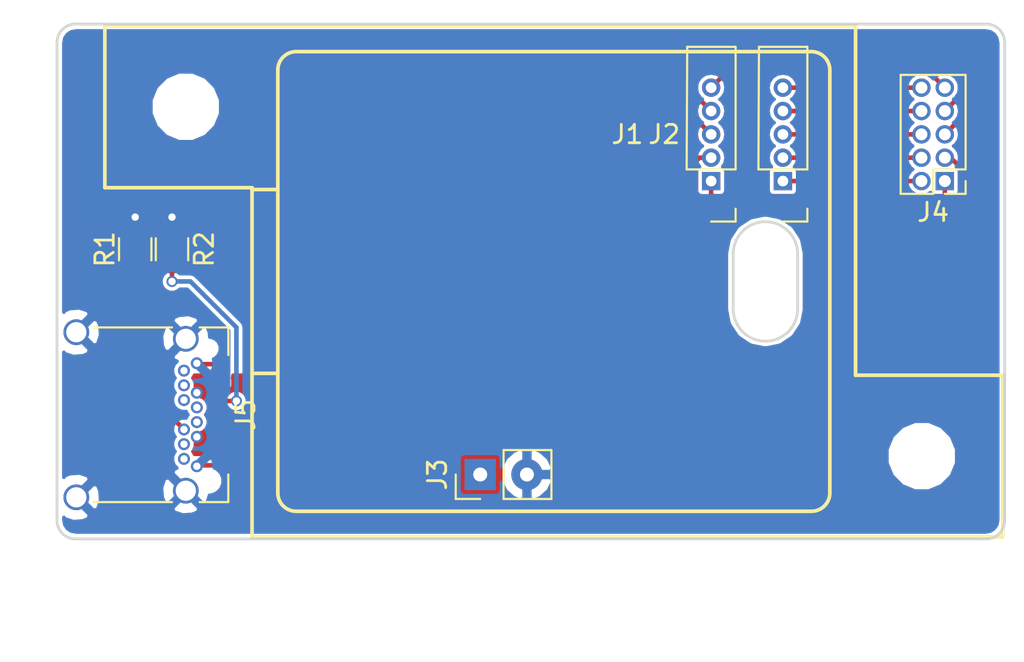
<source format=kicad_pcb>
(kicad_pcb (version 4) (host pcbnew 4.0.6)

  (general
    (links 26)
    (no_connects 0)
    (area 87.924999 98.424999 139.575001 126.575001)
    (thickness 1.6)
    (drawings 31)
    (tracks 59)
    (zones 0)
    (modules 9)
    (nets 29)
  )

  (page USLetter)
  (title_block
    (title "PD Buddy Sink Programming Jig")
    (rev 0.3)
  )

  (layers
    (0 F.Cu signal)
    (31 B.Cu signal)
    (32 B.Adhes user)
    (33 F.Adhes user)
    (34 B.Paste user)
    (35 F.Paste user)
    (36 B.SilkS user)
    (37 F.SilkS user)
    (38 B.Mask user)
    (39 F.Mask user)
    (40 Dwgs.User user)
    (41 Cmts.User user)
    (42 Eco1.User user)
    (43 Eco2.User user)
    (44 Edge.Cuts user)
    (45 Margin user)
    (46 B.CrtYd user)
    (47 F.CrtYd user)
    (48 B.Fab user)
    (49 F.Fab user)
  )

  (setup
    (last_trace_width 0.25)
    (trace_clearance 0.2)
    (zone_clearance 0.2)
    (zone_45_only no)
    (trace_min 0.2)
    (segment_width 0.2)
    (edge_width 0.15)
    (via_size 0.6)
    (via_drill 0.4)
    (via_min_size 0.4)
    (via_min_drill 0.3)
    (uvia_size 0.3)
    (uvia_drill 0.1)
    (uvias_allowed no)
    (uvia_min_size 0.2)
    (uvia_min_drill 0.1)
    (pcb_text_width 0.3)
    (pcb_text_size 1.5 1.5)
    (mod_edge_width 0.15)
    (mod_text_size 1 1)
    (mod_text_width 0.15)
    (pad_size 1.7 1.7)
    (pad_drill 1)
    (pad_to_mask_clearance 0.1)
    (aux_axis_origin 0 0)
    (visible_elements FFFFFF7F)
    (pcbplotparams
      (layerselection 0x00030_80000001)
      (usegerberextensions false)
      (excludeedgelayer true)
      (linewidth 0.100000)
      (plotframeref false)
      (viasonmask false)
      (mode 1)
      (useauxorigin false)
      (hpglpennumber 1)
      (hpglpenspeed 20)
      (hpglpendiameter 15)
      (hpglpenoverlay 2)
      (psnegative false)
      (psa4output false)
      (plotreference true)
      (plotvalue true)
      (plotinvisibletext false)
      (padsonsilk false)
      (subtractmaskfromsilk false)
      (outputformat 1)
      (mirror false)
      (drillshape 1)
      (scaleselection 1)
      (outputdirectory ""))
  )

  (net 0 "")
  (net 1 "Net-(J1-Pad1)")
  (net 2 "Net-(J1-Pad2)")
  (net 3 "Net-(J1-Pad3)")
  (net 4 "Net-(J1-Pad4)")
  (net 5 "Net-(J1-Pad5)")
  (net 6 "Net-(J2-Pad1)")
  (net 7 "Net-(J2-Pad2)")
  (net 8 "Net-(J2-Pad3)")
  (net 9 "Net-(J2-Pad4)")
  (net 10 "Net-(J2-Pad5)")
  (net 11 "Net-(J5-PadA6)")
  (net 12 "Net-(J5-PadA7)")
  (net 13 "Net-(J5-PadB5)")
  (net 14 "Net-(J5-PadB8)")
  (net 15 "Net-(J5-PadB3)")
  (net 16 "Net-(J5-PadB10)")
  (net 17 "Net-(J5-PadB2)")
  (net 18 "Net-(J5-PadB11)")
  (net 19 "Net-(J5-PadA2)")
  (net 20 "Net-(J5-PadA3)")
  (net 21 "Net-(J5-PadA5)")
  (net 22 "Net-(J5-PadA10)")
  (net 23 "Net-(J5-PadA8)")
  (net 24 "Net-(J5-PadA11)")
  (net 25 "Net-(J5-PadB6)")
  (net 26 "Net-(J5-PadB7)")
  (net 27 VBUS)
  (net 28 GND)

  (net_class Default "This is the default net class."
    (clearance 0.2)
    (trace_width 0.25)
    (via_dia 0.6)
    (via_drill 0.4)
    (uvia_dia 0.3)
    (uvia_drill 0.1)
    (add_net GND)
    (add_net "Net-(J1-Pad1)")
    (add_net "Net-(J1-Pad2)")
    (add_net "Net-(J1-Pad3)")
    (add_net "Net-(J1-Pad4)")
    (add_net "Net-(J1-Pad5)")
    (add_net "Net-(J2-Pad1)")
    (add_net "Net-(J2-Pad2)")
    (add_net "Net-(J2-Pad3)")
    (add_net "Net-(J2-Pad4)")
    (add_net "Net-(J2-Pad5)")
    (add_net "Net-(J5-PadA10)")
    (add_net "Net-(J5-PadA11)")
    (add_net "Net-(J5-PadA2)")
    (add_net "Net-(J5-PadA3)")
    (add_net "Net-(J5-PadA5)")
    (add_net "Net-(J5-PadA6)")
    (add_net "Net-(J5-PadA7)")
    (add_net "Net-(J5-PadA8)")
    (add_net "Net-(J5-PadB10)")
    (add_net "Net-(J5-PadB11)")
    (add_net "Net-(J5-PadB2)")
    (add_net "Net-(J5-PadB3)")
    (add_net "Net-(J5-PadB5)")
    (add_net "Net-(J5-PadB6)")
    (add_net "Net-(J5-PadB7)")
    (add_net "Net-(J5-PadB8)")
    (add_net VBUS)
  )

  (module pd-buddy:Pogo_Pin_Straight_1x05_Pitch1.27mm (layer F.Cu) (tedit 591875A2) (tstamp 591881E8)
    (at 123.55 107.04 180)
    (descr "Through hole spring-loaded contacts, 1x05, 1.27mm pitch, single row")
    (tags "Through hole pogo pin THT 1x05 1.27mm single row")
    (path /5917A138)
    (fp_text reference J1 (at 4.55 2.54 180) (layer F.SilkS)
      (effects (font (size 1 1) (thickness 0.15)))
    )
    (fp_text value 854-22-005-10-001101 (at 0 9 180) (layer F.Fab)
      (effects (font (size 1 1) (thickness 0.15)))
    )
    (fp_line (start -1.27 -2.1) (end -1.27 7.18) (layer F.Fab) (width 0.1))
    (fp_line (start -1.27 7.18) (end 1.27 7.18) (layer F.Fab) (width 0.1))
    (fp_line (start 1.27 7.18) (end 1.27 -2.1) (layer F.Fab) (width 0.1))
    (fp_line (start 1.27 -2.1) (end -1.27 -2.1) (layer F.Fab) (width 0.1))
    (fp_line (start -1.33 0.635) (end -1.33 7.3) (layer F.SilkS) (width 0.12))
    (fp_line (start -1.33 7.3) (end 1.3 7.3) (layer F.SilkS) (width 0.12))
    (fp_line (start 1.3 7.3) (end 1.33 0.635) (layer F.SilkS) (width 0.12))
    (fp_line (start 1.33 0.635) (end -1.33 0.635) (layer F.SilkS) (width 0.12))
    (fp_line (start -1.33 -1.505) (end -1.33 -2.2) (layer F.SilkS) (width 0.12))
    (fp_line (start -1.33 -2.2) (end 0 -2.2) (layer F.SilkS) (width 0.12))
    (fp_line (start -1.8 -2.6) (end -1.8 7.7) (layer F.CrtYd) (width 0.05))
    (fp_line (start -1.8 7.7) (end 1.8 7.7) (layer F.CrtYd) (width 0.05))
    (fp_line (start 1.8 7.7) (end 1.8 -2.6) (layer F.CrtYd) (width 0.05))
    (fp_line (start 1.8 -2.6) (end -1.8 -2.6) (layer F.CrtYd) (width 0.05))
    (fp_text user %R (at 0 -3 180) (layer F.Fab)
      (effects (font (size 1 1) (thickness 0.15)))
    )
    (pad 1 thru_hole rect (at 0 0 180) (size 1 1) (drill 0.5842) (layers *.Cu *.Mask)
      (net 1 "Net-(J1-Pad1)"))
    (pad 2 thru_hole oval (at 0 1.27 180) (size 1 1) (drill 0.5842) (layers *.Cu *.Mask)
      (net 2 "Net-(J1-Pad2)"))
    (pad 3 thru_hole oval (at 0 2.54 180) (size 1 1) (drill 0.5842) (layers *.Cu *.Mask)
      (net 3 "Net-(J1-Pad3)"))
    (pad 4 thru_hole oval (at 0 3.81 180) (size 1 1) (drill 0.5842) (layers *.Cu *.Mask)
      (net 4 "Net-(J1-Pad4)"))
    (pad 5 thru_hole oval (at 0 5.08 180) (size 1 1) (drill 0.5842) (layers *.Cu *.Mask)
      (net 5 "Net-(J1-Pad5)"))
    (model ${KISYS3DMOD}/Pin_Headers.3dshapes/Pin_Header_Straight_1x05_Pitch1.27mm.wrl
      (at (xyz 0 0 0))
      (scale (xyz 1 1 1))
      (rotate (xyz 0 0 0))
    )
  )

  (module pd-buddy:Pogo_Pin_Straight_1x05_Pitch1.27mm (layer F.Cu) (tedit 591875A2) (tstamp 59188200)
    (at 127.45 107.04 180)
    (descr "Through hole spring-loaded contacts, 1x05, 1.27mm pitch, single row")
    (tags "Through hole pogo pin THT 1x05 1.27mm single row")
    (path /5917A27F)
    (fp_text reference J2 (at 6.45 2.54 180) (layer F.SilkS)
      (effects (font (size 1 1) (thickness 0.15)))
    )
    (fp_text value 854-22-005-10-001101 (at 0 9 180) (layer F.Fab)
      (effects (font (size 1 1) (thickness 0.15)))
    )
    (fp_line (start -1.27 -2.1) (end -1.27 7.18) (layer F.Fab) (width 0.1))
    (fp_line (start -1.27 7.18) (end 1.27 7.18) (layer F.Fab) (width 0.1))
    (fp_line (start 1.27 7.18) (end 1.27 -2.1) (layer F.Fab) (width 0.1))
    (fp_line (start 1.27 -2.1) (end -1.27 -2.1) (layer F.Fab) (width 0.1))
    (fp_line (start -1.33 0.635) (end -1.33 7.3) (layer F.SilkS) (width 0.12))
    (fp_line (start -1.33 7.3) (end 1.3 7.3) (layer F.SilkS) (width 0.12))
    (fp_line (start 1.3 7.3) (end 1.33 0.635) (layer F.SilkS) (width 0.12))
    (fp_line (start 1.33 0.635) (end -1.33 0.635) (layer F.SilkS) (width 0.12))
    (fp_line (start -1.33 -1.505) (end -1.33 -2.2) (layer F.SilkS) (width 0.12))
    (fp_line (start -1.33 -2.2) (end 0 -2.2) (layer F.SilkS) (width 0.12))
    (fp_line (start -1.8 -2.6) (end -1.8 7.7) (layer F.CrtYd) (width 0.05))
    (fp_line (start -1.8 7.7) (end 1.8 7.7) (layer F.CrtYd) (width 0.05))
    (fp_line (start 1.8 7.7) (end 1.8 -2.6) (layer F.CrtYd) (width 0.05))
    (fp_line (start 1.8 -2.6) (end -1.8 -2.6) (layer F.CrtYd) (width 0.05))
    (fp_text user %R (at -1.8 -3 180) (layer F.Fab)
      (effects (font (size 1 1) (thickness 0.15)))
    )
    (pad 1 thru_hole rect (at 0 0 180) (size 1 1) (drill 0.5842) (layers *.Cu *.Mask)
      (net 6 "Net-(J2-Pad1)"))
    (pad 2 thru_hole oval (at 0 1.27 180) (size 1 1) (drill 0.5842) (layers *.Cu *.Mask)
      (net 7 "Net-(J2-Pad2)"))
    (pad 3 thru_hole oval (at 0 2.54 180) (size 1 1) (drill 0.5842) (layers *.Cu *.Mask)
      (net 8 "Net-(J2-Pad3)"))
    (pad 4 thru_hole oval (at 0 3.81 180) (size 1 1) (drill 0.5842) (layers *.Cu *.Mask)
      (net 9 "Net-(J2-Pad4)"))
    (pad 5 thru_hole oval (at 0 5.08 180) (size 1 1) (drill 0.5842) (layers *.Cu *.Mask)
      (net 10 "Net-(J2-Pad5)"))
    (model ${KISYS3DMOD}/Pin_Headers.3dshapes/Pin_Header_Straight_1x05_Pitch1.27mm.wrl
      (at (xyz 0 0 0))
      (scale (xyz 1 1 1))
      (rotate (xyz 0 0 0))
    )
  )

  (module Pin_Headers:Pin_Header_Straight_2x05_Pitch1.27mm (layer F.Cu) (tedit 58CD4ED6) (tstamp 59188234)
    (at 136.25 107.04 180)
    (descr "Through hole straight pin header, 2x05, 1.27mm pitch, double rows")
    (tags "Through hole pin header THT 2x05 1.27mm double row")
    (path /59179CCA)
    (fp_text reference J4 (at 0.635 -1.695 180) (layer F.SilkS)
      (effects (font (size 1 1) (thickness 0.15)))
    )
    (fp_text value CONN_02X05 (at 0.635 6.775 180) (layer F.Fab)
      (effects (font (size 1 1) (thickness 0.15)))
    )
    (fp_line (start -1.07 -0.635) (end -1.07 5.715) (layer F.Fab) (width 0.1))
    (fp_line (start -1.07 5.715) (end 2.34 5.715) (layer F.Fab) (width 0.1))
    (fp_line (start 2.34 5.715) (end 2.34 -0.635) (layer F.Fab) (width 0.1))
    (fp_line (start 2.34 -0.635) (end -1.07 -0.635) (layer F.Fab) (width 0.1))
    (fp_line (start -1.13 0.635) (end -1.13 5.775) (layer F.SilkS) (width 0.12))
    (fp_line (start -1.13 5.775) (end 2.4 5.775) (layer F.SilkS) (width 0.12))
    (fp_line (start 2.4 5.775) (end 2.4 -0.695) (layer F.SilkS) (width 0.12))
    (fp_line (start 2.4 -0.695) (end 0.635 -0.695) (layer F.SilkS) (width 0.12))
    (fp_line (start 0.635 -0.695) (end 0.635 0.635) (layer F.SilkS) (width 0.12))
    (fp_line (start 0.635 0.635) (end -1.13 0.635) (layer F.SilkS) (width 0.12))
    (fp_line (start -1.13 0) (end -1.13 -0.695) (layer F.SilkS) (width 0.12))
    (fp_line (start -1.13 -0.695) (end 0 -0.695) (layer F.SilkS) (width 0.12))
    (fp_line (start -1.6 -1.15) (end -1.6 6.25) (layer F.CrtYd) (width 0.05))
    (fp_line (start -1.6 6.25) (end 2.85 6.25) (layer F.CrtYd) (width 0.05))
    (fp_line (start 2.85 6.25) (end 2.85 -1.15) (layer F.CrtYd) (width 0.05))
    (fp_line (start 2.85 -1.15) (end -1.6 -1.15) (layer F.CrtYd) (width 0.05))
    (fp_text user %R (at 0.635 -1.695 180) (layer F.Fab)
      (effects (font (size 1 1) (thickness 0.15)))
    )
    (pad 1 thru_hole rect (at 0 0 180) (size 1 1) (drill 0.65) (layers *.Cu *.Mask)
      (net 1 "Net-(J1-Pad1)"))
    (pad 2 thru_hole oval (at 1.27 0 180) (size 1 1) (drill 0.65) (layers *.Cu *.Mask)
      (net 6 "Net-(J2-Pad1)"))
    (pad 3 thru_hole oval (at 0 1.27 180) (size 1 1) (drill 0.65) (layers *.Cu *.Mask)
      (net 2 "Net-(J1-Pad2)"))
    (pad 4 thru_hole oval (at 1.27 1.27 180) (size 1 1) (drill 0.65) (layers *.Cu *.Mask)
      (net 7 "Net-(J2-Pad2)"))
    (pad 5 thru_hole oval (at 0 2.54 180) (size 1 1) (drill 0.65) (layers *.Cu *.Mask)
      (net 3 "Net-(J1-Pad3)"))
    (pad 6 thru_hole oval (at 1.27 2.54 180) (size 1 1) (drill 0.65) (layers *.Cu *.Mask)
      (net 8 "Net-(J2-Pad3)"))
    (pad 7 thru_hole oval (at 0 3.81 180) (size 1 1) (drill 0.65) (layers *.Cu *.Mask)
      (net 4 "Net-(J1-Pad4)"))
    (pad 8 thru_hole oval (at 1.27 3.81 180) (size 1 1) (drill 0.65) (layers *.Cu *.Mask)
      (net 9 "Net-(J2-Pad4)"))
    (pad 9 thru_hole oval (at 0 5.08 180) (size 1 1) (drill 0.65) (layers *.Cu *.Mask)
      (net 5 "Net-(J1-Pad5)"))
    (pad 10 thru_hole oval (at 1.27 5.08 180) (size 1 1) (drill 0.65) (layers *.Cu *.Mask)
      (net 10 "Net-(J2-Pad5)"))
    (model ${KISYS3DMOD}/Pin_Headers.3dshapes/Pin_Header_Straight_2x05_Pitch1.27mm.wrl
      (at (xyz 0 0 0))
      (scale (xyz 1 1 1))
      (rotate (xyz 0 0 0))
    )
  )

  (module pd-buddy:Amphenol-12401548E4#2A (layer F.Cu) (tedit 591871AB) (tstamp 59188261)
    (at 96.25 119.75 270)
    (path /5917A9A3)
    (attr smd)
    (fp_text reference J5 (at 0 -2 270) (layer F.SilkS)
      (effects (font (size 1 1) (thickness 0.15)))
    )
    (fp_text value USB_C_Receptacle (at 0 10.5 270) (layer F.Fab)
      (effects (font (size 1 1) (thickness 0.15)))
    )
    (fp_text user REF** (at 0 -2 270) (layer F.Fab)
      (effects (font (size 1 1) (thickness 0.15)))
    )
    (fp_line (start 4.59 9.59) (end 4.59 -0.91) (layer F.Fab) (width 0.12))
    (fp_line (start -4.59 9.59) (end 4.59 9.59) (layer F.Fab) (width 0.12))
    (fp_line (start 3.25 -1.06) (end 4.75 -1.06) (layer F.SilkS) (width 0.12))
    (fp_line (start 4.75 -1.06) (end 4.75 0.5) (layer F.SilkS) (width 0.12))
    (fp_line (start -4.75 -1.06) (end -4.75 0.5) (layer F.SilkS) (width 0.12))
    (fp_line (start -4.75 -1.06) (end -3.25 -1.06) (layer F.SilkS) (width 0.12))
    (fp_line (start 4.75 2) (end 4.75 6.25) (layer F.SilkS) (width 0.12))
    (fp_line (start -4.75 2) (end -4.75 6.25) (layer F.SilkS) (width 0.12))
    (fp_line (start -4.59 -0.91) (end 4.59 -0.91) (layer F.Fab) (width 0.12))
    (fp_line (start -4.59 9.59) (end -4.59 -0.91) (layer F.Fab) (width 0.12))
    (pad B6 thru_hole circle (at 0.4 0.65 270) (size 0.65 0.65) (drill 0.4) (layers *.Cu *.Mask)
      (net 25 "Net-(J5-PadB6)"))
    (pad B7 thru_hole circle (at -0.4 0.65 270) (size 0.65 0.65) (drill 0.4) (layers *.Cu *.Mask)
      (net 26 "Net-(J5-PadB7)"))
    (pad S1 thru_hole circle (at -4.13 1.25 270) (size 1.4 1.4) (drill 1.1) (layers *.Cu *.Mask)
      (net 28 GND))
    (pad B9 thru_hole circle (at -1.2 0.65 270) (size 0.65 0.65) (drill 0.4) (layers *.Cu *.Mask)
      (net 27 VBUS))
    (pad B4 thru_hole circle (at 1.2 0.65 270) (size 0.65 0.65) (drill 0.4) (layers *.Cu *.Mask)
      (net 27 VBUS))
    (pad B12 thru_hole circle (at -2.8 0.65 270) (size 0.65 0.65) (drill 0.4) (layers *.Cu *.Mask)
      (net 28 GND))
    (pad B5 thru_hole circle (at 0.8 1.35 270) (size 0.65 0.65) (drill 0.4) (layers *.Cu *.Mask)
      (net 13 "Net-(J5-PadB5)"))
    (pad B8 thru_hole circle (at -0.8 1.35 270) (size 0.65 0.65) (drill 0.4) (layers *.Cu *.Mask)
      (net 14 "Net-(J5-PadB8)"))
    (pad B3 thru_hole circle (at 1.6 1.35 270) (size 0.65 0.65) (drill 0.4) (layers *.Cu *.Mask)
      (net 15 "Net-(J5-PadB3)"))
    (pad B10 thru_hole circle (at -1.6 1.35 270) (size 0.65 0.65) (drill 0.4) (layers *.Cu *.Mask)
      (net 16 "Net-(J5-PadB10)"))
    (pad B2 thru_hole circle (at 2.4 1.35 270) (size 0.65 0.65) (drill 0.4) (layers *.Cu *.Mask)
      (net 17 "Net-(J5-PadB2)"))
    (pad B11 thru_hole circle (at -2.4 1.35 270) (size 0.65 0.65) (drill 0.4) (layers *.Cu *.Mask)
      (net 18 "Net-(J5-PadB11)"))
    (pad A1 smd rect (at -2.75 -0.66 270) (size 0.3 0.7) (layers F.Cu F.Paste F.Mask)
      (net 28 GND))
    (pad A2 smd rect (at -2.25 -0.66 270) (size 0.3 0.7) (layers F.Cu F.Paste F.Mask)
      (net 19 "Net-(J5-PadA2)"))
    (pad A3 smd rect (at -1.75 -0.66 270) (size 0.3 0.7) (layers F.Cu F.Paste F.Mask)
      (net 20 "Net-(J5-PadA3)"))
    (pad A4 smd rect (at -1.25 -0.66 270) (size 0.3 0.7) (layers F.Cu F.Paste F.Mask)
      (net 27 VBUS))
    (pad A5 smd rect (at -0.75 -0.66 270) (size 0.3 0.7) (layers F.Cu F.Paste F.Mask)
      (net 21 "Net-(J5-PadA5)"))
    (pad A6 smd rect (at -0.25 -0.66 270) (size 0.3 0.7) (layers F.Cu F.Paste F.Mask)
      (net 11 "Net-(J5-PadA6)"))
    (pad A7 smd rect (at 0.25 -0.66 270) (size 0.3 0.7) (layers F.Cu F.Paste F.Mask)
      (net 12 "Net-(J5-PadA7)"))
    (pad A12 smd rect (at 2.75 -0.66 270) (size 0.3 0.7) (layers F.Cu F.Paste F.Mask)
      (net 28 GND))
    (pad A10 smd rect (at 1.75 -0.66 270) (size 0.3 0.7) (layers F.Cu F.Paste F.Mask)
      (net 22 "Net-(J5-PadA10)"))
    (pad A9 smd rect (at 1.25 -0.66 270) (size 0.3 0.7) (layers F.Cu F.Paste F.Mask)
      (net 27 VBUS))
    (pad A8 smd rect (at 0.75 -0.66 270) (size 0.3 0.7) (layers F.Cu F.Paste F.Mask)
      (net 23 "Net-(J5-PadA8)"))
    (pad A11 smd rect (at 2.25 -0.66 270) (size 0.3 0.7) (layers F.Cu F.Paste F.Mask)
      (net 24 "Net-(J5-PadA11)"))
    (pad B1 thru_hole circle (at 2.8 0.65 270) (size 0.65 0.65) (drill 0.4) (layers *.Cu *.Mask)
      (net 28 GND))
    (pad S1 thru_hole circle (at 4.13 1.25 270) (size 1.4 1.4) (drill 1.1) (layers *.Cu *.Mask)
      (net 28 GND))
    (pad S1 thru_hole circle (at 4.49 7.2 270) (size 1.4 1.4) (drill 1.1) (layers *.Cu *.Mask)
      (net 28 GND))
    (pad S1 thru_hole circle (at -4.49 7.2 270) (size 1.4 1.4) (drill 1.1) (layers *.Cu *.Mask)
      (net 28 GND))
    (pad "" np_thru_hole circle (at 3.6 0 270) (size 0.95 0.95) (drill 0.95) (layers *.Cu *.Mask))
    (pad "" np_thru_hole circle (at -3.6 0 270) (size 0.65 0.65) (drill 0.65) (layers *.Cu *.Mask))
  )

  (module Mounting_Holes:MountingHole_3.2mm_M3 (layer F.Cu) (tedit 5918812A) (tstamp 59188295)
    (at 95 103)
    (descr "Mounting Hole 3.2mm, no annular, M3")
    (tags "mounting hole 3.2mm no annular m3")
    (path /59179FF6)
    (fp_text reference MK1 (at 0 -4.2) (layer F.Fab)
      (effects (font (size 1 1) (thickness 0.15)))
    )
    (fp_text value Mounting_Hole (at 0 4.2) (layer F.Fab)
      (effects (font (size 1 1) (thickness 0.15)))
    )
    (fp_circle (center 0 0) (end 3.2 0) (layer Cmts.User) (width 0.15))
    (fp_circle (center 0 0) (end 3.45 0) (layer F.CrtYd) (width 0.05))
    (pad 1 np_thru_hole circle (at 0 0) (size 3.2 3.2) (drill 3.2) (layers *.Cu *.Mask))
  )

  (module Mounting_Holes:MountingHole_3.2mm_M3 (layer F.Cu) (tedit 59188126) (tstamp 5918829C)
    (at 135 122)
    (descr "Mounting Hole 3.2mm, no annular, M3")
    (tags "mounting hole 3.2mm no annular m3")
    (path /5917A093)
    (fp_text reference MK2 (at 0 -4.2) (layer F.Fab)
      (effects (font (size 1 1) (thickness 0.15)))
    )
    (fp_text value Mounting_Hole (at 0 4.2) (layer F.Fab)
      (effects (font (size 1 1) (thickness 0.15)))
    )
    (fp_circle (center 0 0) (end 3.2 0) (layer Cmts.User) (width 0.15))
    (fp_circle (center 0 0) (end 3.45 0) (layer F.CrtYd) (width 0.05))
    (pad 1 np_thru_hole circle (at 0 0) (size 3.2 3.2) (drill 3.2) (layers *.Cu *.Mask))
  )

  (module Resistors_SMD:R_0805 (layer F.Cu) (tedit 58E0A804) (tstamp 5918A519)
    (at 92.25 110.75 90)
    (descr "Resistor SMD 0805, reflow soldering, Vishay (see dcrcw.pdf)")
    (tags "resistor 0805")
    (path /591890F5)
    (attr smd)
    (fp_text reference R1 (at 0 -1.65 90) (layer F.SilkS)
      (effects (font (size 1 1) (thickness 0.15)))
    )
    (fp_text value 5.1k (at 0 1.75 90) (layer F.Fab)
      (effects (font (size 1 1) (thickness 0.15)))
    )
    (fp_text user %R (at 0 0 90) (layer F.Fab)
      (effects (font (size 0.5 0.5) (thickness 0.075)))
    )
    (fp_line (start -1 0.62) (end -1 -0.62) (layer F.Fab) (width 0.1))
    (fp_line (start 1 0.62) (end -1 0.62) (layer F.Fab) (width 0.1))
    (fp_line (start 1 -0.62) (end 1 0.62) (layer F.Fab) (width 0.1))
    (fp_line (start -1 -0.62) (end 1 -0.62) (layer F.Fab) (width 0.1))
    (fp_line (start 0.6 0.88) (end -0.6 0.88) (layer F.SilkS) (width 0.12))
    (fp_line (start -0.6 -0.88) (end 0.6 -0.88) (layer F.SilkS) (width 0.12))
    (fp_line (start -1.55 -0.9) (end 1.55 -0.9) (layer F.CrtYd) (width 0.05))
    (fp_line (start -1.55 -0.9) (end -1.55 0.9) (layer F.CrtYd) (width 0.05))
    (fp_line (start 1.55 0.9) (end 1.55 -0.9) (layer F.CrtYd) (width 0.05))
    (fp_line (start 1.55 0.9) (end -1.55 0.9) (layer F.CrtYd) (width 0.05))
    (pad 1 smd rect (at -0.95 0 90) (size 0.7 1.3) (layers F.Cu F.Paste F.Mask)
      (net 13 "Net-(J5-PadB5)"))
    (pad 2 smd rect (at 0.95 0 90) (size 0.7 1.3) (layers F.Cu F.Paste F.Mask)
      (net 28 GND))
    (model ${KISYS3DMOD}/Resistors_SMD.3dshapes/R_0805.wrl
      (at (xyz 0 0 0))
      (scale (xyz 1 1 1))
      (rotate (xyz 0 0 0))
    )
  )

  (module Resistors_SMD:R_0805 (layer F.Cu) (tedit 58E0A804) (tstamp 5918A52A)
    (at 94.25 110.75 90)
    (descr "Resistor SMD 0805, reflow soldering, Vishay (see dcrcw.pdf)")
    (tags "resistor 0805")
    (path /591891FE)
    (attr smd)
    (fp_text reference R2 (at 0 1.75 90) (layer F.SilkS)
      (effects (font (size 1 1) (thickness 0.15)))
    )
    (fp_text value 5.1k (at 0 1.75 90) (layer F.Fab)
      (effects (font (size 1 1) (thickness 0.15)))
    )
    (fp_text user %R (at 0 0 90) (layer F.Fab)
      (effects (font (size 0.5 0.5) (thickness 0.075)))
    )
    (fp_line (start -1 0.62) (end -1 -0.62) (layer F.Fab) (width 0.1))
    (fp_line (start 1 0.62) (end -1 0.62) (layer F.Fab) (width 0.1))
    (fp_line (start 1 -0.62) (end 1 0.62) (layer F.Fab) (width 0.1))
    (fp_line (start -1 -0.62) (end 1 -0.62) (layer F.Fab) (width 0.1))
    (fp_line (start 0.6 0.88) (end -0.6 0.88) (layer F.SilkS) (width 0.12))
    (fp_line (start -0.6 -0.88) (end 0.6 -0.88) (layer F.SilkS) (width 0.12))
    (fp_line (start -1.55 -0.9) (end 1.55 -0.9) (layer F.CrtYd) (width 0.05))
    (fp_line (start -1.55 -0.9) (end -1.55 0.9) (layer F.CrtYd) (width 0.05))
    (fp_line (start 1.55 0.9) (end 1.55 -0.9) (layer F.CrtYd) (width 0.05))
    (fp_line (start 1.55 0.9) (end -1.55 0.9) (layer F.CrtYd) (width 0.05))
    (pad 1 smd rect (at -0.95 0 90) (size 0.7 1.3) (layers F.Cu F.Paste F.Mask)
      (net 21 "Net-(J5-PadA5)"))
    (pad 2 smd rect (at 0.95 0 90) (size 0.7 1.3) (layers F.Cu F.Paste F.Mask)
      (net 28 GND))
    (model ${KISYS3DMOD}/Resistors_SMD.3dshapes/R_0805.wrl
      (at (xyz 0 0 0))
      (scale (xyz 1 1 1))
      (rotate (xyz 0 0 0))
    )
  )

  (module pd-buddy:Pogo_Pin_Straight_1x02_Pitch2.54mm (layer F.Cu) (tedit 591891CF) (tstamp 5918A889)
    (at 111 123 90)
    (descr "Through hole spring-loaded contacts, 1x02, 2.54mm pitch, single row")
    (tags "Through hole pogo pin THT 1x02 2.54mm single row")
    (path /5917A40A)
    (fp_text reference J3 (at 0 -2.33 90) (layer F.SilkS)
      (effects (font (size 1 1) (thickness 0.15)))
    )
    (fp_text value 825-22-002-10-001101 (at 0 4.87 90) (layer F.Fab)
      (effects (font (size 1 1) (thickness 0.15)))
    )
    (fp_line (start -1.27 -1.27) (end -1.27 3.81) (layer F.Fab) (width 0.1))
    (fp_line (start -1.27 3.81) (end 1.27 3.81) (layer F.Fab) (width 0.1))
    (fp_line (start 1.27 3.81) (end 1.27 -1.27) (layer F.Fab) (width 0.1))
    (fp_line (start 1.27 -1.27) (end -1.27 -1.27) (layer F.Fab) (width 0.1))
    (fp_line (start -1.33 1.27) (end -1.33 3.87) (layer F.SilkS) (width 0.12))
    (fp_line (start -1.33 3.87) (end 1.33 3.87) (layer F.SilkS) (width 0.12))
    (fp_line (start 1.33 3.87) (end 1.33 1.27) (layer F.SilkS) (width 0.12))
    (fp_line (start 1.33 1.27) (end -1.33 1.27) (layer F.SilkS) (width 0.12))
    (fp_line (start -1.33 0) (end -1.33 -1.33) (layer F.SilkS) (width 0.12))
    (fp_line (start -1.33 -1.33) (end 0 -1.33) (layer F.SilkS) (width 0.12))
    (fp_line (start -1.8 -1.8) (end -1.8 4.35) (layer F.CrtYd) (width 0.05))
    (fp_line (start -1.8 4.35) (end 1.8 4.35) (layer F.CrtYd) (width 0.05))
    (fp_line (start 1.8 4.35) (end 1.8 -1.8) (layer F.CrtYd) (width 0.05))
    (fp_line (start 1.8 -1.8) (end -1.8 -1.8) (layer F.CrtYd) (width 0.05))
    (fp_text user %R (at 0 -2.33 90) (layer F.Fab)
      (effects (font (size 1 1) (thickness 0.15)))
    )
    (pad 1 thru_hole rect (at 0 0 90) (size 1.7 1.7) (drill 0.762) (layers *.Cu *.Mask)
      (net 27 VBUS))
    (pad 2 thru_hole oval (at 0 2.54 90) (size 1.7 1.7) (drill 0.762) (layers *.Cu *.Mask)
      (net 28 GND))
    (model ${KISYS3DMOD}/Pin_Headers.3dshapes/Pin_Header_Straight_1x02_Pitch2.54mm.wrl
      (at (xyz 0 -0.05 0))
      (scale (xyz 1 1 1))
      (rotate (xyz 0 0 90))
    )
  )

  (gr_text "CUT OUT" (at 126.5 112.5 90) (layer F.Fab)
    (effects (font (size 0.8 0.8) (thickness 0.15)))
  )
  (gr_arc (start 126.5 114) (end 128.25 114) (angle 180) (layer Edge.Cuts) (width 0.15))
  (gr_arc (start 126.5 111) (end 124.75 111) (angle 180) (layer Edge.Cuts) (width 0.15))
  (gr_line (start 124.75 114) (end 124.75 111) (layer Edge.Cuts) (width 0.15))
  (gr_line (start 128.25 111) (end 128.25 114) (layer Edge.Cuts) (width 0.15))
  (gr_arc (start 101 101) (end 100 101) (angle 90) (layer F.SilkS) (width 0.2))
  (gr_arc (start 101 124) (end 101 125) (angle 90) (layer F.SilkS) (width 0.2))
  (gr_arc (start 129 124) (end 130 124) (angle 90) (layer F.SilkS) (width 0.2))
  (gr_arc (start 129 101) (end 129 100) (angle 90) (layer F.SilkS) (width 0.2))
  (gr_arc (start 138.5 99.5) (end 138.5 98.5) (angle 90) (layer Edge.Cuts) (width 0.15))
  (gr_arc (start 89 99.5) (end 88 99.5) (angle 90) (layer Edge.Cuts) (width 0.15))
  (gr_arc (start 89 125.5) (end 89 126.5) (angle 90) (layer Edge.Cuts) (width 0.15))
  (gr_arc (start 138.5 125.5) (end 139.5 125.5) (angle 90) (layer Edge.Cuts) (width 0.15))
  (gr_line (start 100 117.5) (end 98.6 117.5) (layer F.SilkS) (width 0.2))
  (gr_line (start 98.6 107.5) (end 100 107.5) (layer F.SilkS) (width 0.2))
  (gr_line (start 88 125.5) (end 88 99.5) (layer Edge.Cuts) (width 0.15))
  (gr_line (start 138.5 126.5) (end 89 126.5) (layer Edge.Cuts) (width 0.15))
  (gr_line (start 139.5 99.5) (end 139.5 125.5) (layer Edge.Cuts) (width 0.15))
  (gr_line (start 89 98.5) (end 138.5 98.5) (layer Edge.Cuts) (width 0.15))
  (gr_line (start 90.6 98.6) (end 131.4 98.6) (layer F.SilkS) (width 0.2))
  (gr_line (start 90.6 107.4) (end 90.6 98.6) (layer F.SilkS) (width 0.2))
  (gr_line (start 98.6 107.4) (end 90.6 107.4) (layer F.SilkS) (width 0.2))
  (gr_line (start 98.6 126.4) (end 98.6 107.4) (layer F.SilkS) (width 0.2))
  (gr_line (start 139.4 126.4) (end 98.6 126.4) (layer F.SilkS) (width 0.2))
  (gr_line (start 139.4 117.6) (end 139.4 126.4) (layer F.SilkS) (width 0.2))
  (gr_line (start 131.4 117.6) (end 139.4 117.6) (layer F.SilkS) (width 0.2))
  (gr_line (start 131.4 98.6) (end 131.4 117.6) (layer F.SilkS) (width 0.2))
  (gr_line (start 100 124) (end 100 101) (layer F.SilkS) (width 0.2))
  (gr_line (start 129 125) (end 101 125) (layer F.SilkS) (width 0.2))
  (gr_line (start 130 101) (end 130 124) (layer F.SilkS) (width 0.2))
  (gr_line (start 101 100) (end 129 100) (layer F.SilkS) (width 0.2))

  (segment (start 123.615001 107.865001) (end 123.55 107.8) (width 0.25) (layer F.Cu) (net 1))
  (segment (start 123.55 107.8) (end 123.55 107.04) (width 0.25) (layer F.Cu) (net 1))
  (segment (start 136.25 107.04) (end 136.25 107.79) (width 0.25) (layer F.Cu) (net 1))
  (segment (start 136.25 107.79) (end 136.174999 107.865001) (width 0.25) (layer F.Cu) (net 1))
  (segment (start 136.174999 107.865001) (end 123.615001 107.865001) (width 0.25) (layer F.Cu) (net 1))
  (segment (start 122.724999 105.961411) (end 122.91641 105.77) (width 0.25) (layer F.Cu) (net 2))
  (segment (start 123.24001 108.315012) (end 122.724999 107.800001) (width 0.25) (layer F.Cu) (net 2))
  (segment (start 122.724999 107.800001) (end 122.724999 105.961411) (width 0.25) (layer F.Cu) (net 2))
  (segment (start 136.55999 108.315012) (end 123.24001 108.315012) (width 0.25) (layer F.Cu) (net 2))
  (segment (start 137.075001 106.279999) (end 137.075001 107.800001) (width 0.25) (layer F.Cu) (net 2))
  (segment (start 136.565002 105.77) (end 137.075001 106.279999) (width 0.25) (layer F.Cu) (net 2))
  (segment (start 122.91641 105.77) (end 123.55 105.77) (width 0.25) (layer F.Cu) (net 2))
  (segment (start 137.075001 107.800001) (end 136.55999 108.315012) (width 0.25) (layer F.Cu) (net 2))
  (segment (start 136.25 105.77) (end 136.565002 105.77) (width 0.25) (layer F.Cu) (net 2))
  (segment (start 123.55 104.5) (end 122.25 103.2) (width 0.25) (layer F.Cu) (net 3))
  (segment (start 122.25 103.2) (end 122.25 101.25) (width 0.25) (layer F.Cu) (net 3))
  (segment (start 122.25 101.25) (end 123.5 100) (width 0.25) (layer F.Cu) (net 3))
  (segment (start 123.5 100) (end 136.25 100) (width 0.25) (layer F.Cu) (net 3))
  (segment (start 136.25 100) (end 137.525012 101.275012) (width 0.25) (layer F.Cu) (net 3))
  (segment (start 137.525012 101.275012) (end 137.525012 103.224988) (width 0.25) (layer F.Cu) (net 3))
  (segment (start 137.525012 103.224988) (end 136.749999 104.000001) (width 0.25) (layer F.Cu) (net 3))
  (segment (start 136.749999 104.000001) (end 136.25 104.5) (width 0.25) (layer F.Cu) (net 3))
  (segment (start 123.788998 100.5) (end 136.011002 100.5) (width 0.25) (layer F.Cu) (net 4))
  (segment (start 136.011002 100.5) (end 137.075001 101.563999) (width 0.25) (layer F.Cu) (net 4))
  (segment (start 137.075001 101.563999) (end 137.075001 102.404999) (width 0.25) (layer F.Cu) (net 4))
  (segment (start 137.075001 102.404999) (end 136.749999 102.730001) (width 0.25) (layer F.Cu) (net 4))
  (segment (start 136.749999 102.730001) (end 136.25 103.23) (width 0.25) (layer F.Cu) (net 4))
  (segment (start 123.55 103.23) (end 122.724999 102.404999) (width 0.25) (layer F.Cu) (net 4))
  (segment (start 122.724999 102.404999) (end 122.724999 101.563999) (width 0.25) (layer F.Cu) (net 4))
  (segment (start 122.724999 101.563999) (end 123.788998 100.5) (width 0.25) (layer F.Cu) (net 4))
  (segment (start 123.55 101.96) (end 124.375001 101.134999) (width 0.25) (layer F.Cu) (net 5))
  (segment (start 135.424999 101.134999) (end 135.750001 101.460001) (width 0.25) (layer F.Cu) (net 5))
  (segment (start 124.375001 101.134999) (end 135.424999 101.134999) (width 0.25) (layer F.Cu) (net 5))
  (segment (start 135.750001 101.460001) (end 136.25 101.96) (width 0.25) (layer F.Cu) (net 5))
  (segment (start 134.98 107.04) (end 134.272894 107.04) (width 0.25) (layer F.Cu) (net 6))
  (segment (start 134.272894 107.04) (end 127.45 107.04) (width 0.25) (layer F.Cu) (net 6))
  (segment (start 127.45 105.77) (end 134.98 105.77) (width 0.25) (layer F.Cu) (net 7))
  (segment (start 134.98 104.5) (end 127.45 104.5) (width 0.25) (layer F.Cu) (net 8))
  (segment (start 127.45 103.23) (end 134.98 103.23) (width 0.25) (layer F.Cu) (net 9))
  (segment (start 134.98 101.96) (end 134.272894 101.96) (width 0.25) (layer F.Cu) (net 10))
  (segment (start 134.272894 101.96) (end 127.45 101.96) (width 0.25) (layer F.Cu) (net 10))
  (segment (start 92.25 111.7) (end 92.25 117.9) (width 0.25) (layer F.Cu) (net 13))
  (segment (start 92.25 117.9) (end 92.325001 117.975001) (width 0.25) (layer F.Cu) (net 13))
  (segment (start 94.9 120.55) (end 92.325001 117.975001) (width 0.25) (layer F.Cu) (net 13))
  (segment (start 97.75 119) (end 97.75 115) (width 0.25) (layer B.Cu) (net 21))
  (segment (start 96.91 119) (end 97.75 119) (width 0.25) (layer F.Cu) (net 21))
  (via (at 97.75 119) (size 0.6) (drill 0.4) (layers F.Cu B.Cu) (net 21))
  (segment (start 97.75 115) (end 95.25 112.5) (width 0.25) (layer B.Cu) (net 21))
  (segment (start 95.25 112.5) (end 94.25 112.5) (width 0.25) (layer B.Cu) (net 21))
  (segment (start 94.25 112.5) (end 94.25 111.7) (width 0.25) (layer F.Cu) (net 21))
  (via (at 94.25 112.5) (size 0.6) (drill 0.4) (layers F.Cu B.Cu) (net 21))
  (segment (start 92.25 109.8) (end 92.25 109) (width 0.25) (layer F.Cu) (net 28))
  (via (at 92.25 109) (size 0.6) (drill 0.4) (layers F.Cu B.Cu) (net 28))
  (segment (start 94.25 109.8) (end 94.25 109) (width 0.25) (layer F.Cu) (net 28))
  (via (at 94.25 109) (size 0.6) (drill 0.4) (layers F.Cu B.Cu) (net 28))
  (segment (start 96.91 122.5) (end 95.65 122.5) (width 0.25) (layer F.Cu) (net 28))
  (segment (start 95.65 122.5) (end 95.6 122.55) (width 0.25) (layer F.Cu) (net 28))
  (segment (start 96.91 117) (end 95.65 117) (width 0.25) (layer F.Cu) (net 28))
  (segment (start 95.65 117) (end 95.6 116.95) (width 0.25) (layer F.Cu) (net 28))

  (zone (net 28) (net_name GND) (layer B.Cu) (tstamp 0) (hatch edge 0.508)
    (priority 1)
    (connect_pads (clearance 0.2))
    (min_thickness 0.2)
    (fill yes (arc_segments 16) (thermal_gap 0.508) (thermal_bridge_width 0.508))
    (polygon
      (pts
        (xy 87.5 97.5) (xy 140.5 97.5) (xy 140.5 127.5) (xy 87.5 127.5)
      )
    )
    (filled_polygon
      (pts
        (xy 138.736367 98.929363) (xy 138.936747 99.063253) (xy 139.070637 99.263632) (xy 139.125 99.536936) (xy 139.125 125.463064)
        (xy 139.070637 125.736368) (xy 138.936747 125.936747) (xy 138.736367 126.070637) (xy 138.463063 126.125) (xy 89.036936 126.125)
        (xy 88.763632 126.070637) (xy 88.563253 125.936747) (xy 88.429363 125.736367) (xy 88.375 125.463063) (xy 88.375 125.330253)
        (xy 88.395947 125.402227) (xy 88.890499 125.564052) (xy 89.409333 125.524303) (xy 89.704053 125.402227) (xy 89.769514 125.177303)
        (xy 89.05 124.457789) (xy 89.035858 124.471931) (xy 88.818069 124.254142) (xy 88.832211 124.24) (xy 89.267789 124.24)
        (xy 89.987303 124.959514) (xy 90.212227 124.894053) (xy 90.23734 124.817303) (xy 94.280486 124.817303) (xy 94.345947 125.042227)
        (xy 94.840499 125.204052) (xy 95.359333 125.164303) (xy 95.654053 125.042227) (xy 95.719514 124.817303) (xy 95 124.097789)
        (xy 94.280486 124.817303) (xy 90.23734 124.817303) (xy 90.374052 124.399501) (xy 90.334303 123.880667) (xy 90.26796 123.720499)
        (xy 93.675948 123.720499) (xy 93.715697 124.239333) (xy 93.837773 124.534053) (xy 94.062697 124.599514) (xy 94.782211 123.88)
        (xy 94.062697 123.160486) (xy 93.837773 123.225947) (xy 93.675948 123.720499) (xy 90.26796 123.720499) (xy 90.212227 123.585947)
        (xy 89.987303 123.520486) (xy 89.267789 124.24) (xy 88.832211 124.24) (xy 88.818069 124.225858) (xy 89.035858 124.008069)
        (xy 89.05 124.022211) (xy 89.769514 123.302697) (xy 89.704053 123.077773) (xy 89.209501 122.915948) (xy 88.690667 122.955697)
        (xy 88.395947 123.077773) (xy 88.375 123.149747) (xy 88.375 117.473775) (xy 94.274892 117.473775) (xy 94.369842 117.703571)
        (xy 94.416117 117.749927) (xy 94.37046 117.795504) (xy 94.275109 118.025134) (xy 94.274892 118.273775) (xy 94.369842 118.503571)
        (xy 94.416117 118.549927) (xy 94.37046 118.595504) (xy 94.275109 118.825134) (xy 94.274892 119.073775) (xy 94.369842 119.303571)
        (xy 94.545504 119.47954) (xy 94.775134 119.574891) (xy 95.01676 119.575102) (xy 95.069842 119.703571) (xy 95.116117 119.749927)
        (xy 95.07046 119.795504) (xy 95.016646 119.925102) (xy 94.776225 119.924892) (xy 94.546429 120.019842) (xy 94.37046 120.195504)
        (xy 94.275109 120.425134) (xy 94.274892 120.673775) (xy 94.369842 120.903571) (xy 94.416117 120.949927) (xy 94.37046 120.995504)
        (xy 94.275109 121.225134) (xy 94.274892 121.473775) (xy 94.369842 121.703571) (xy 94.416117 121.749927) (xy 94.37046 121.795504)
        (xy 94.275109 122.025134) (xy 94.274892 122.273775) (xy 94.369842 122.503571) (xy 94.514129 122.64811) (xy 94.345947 122.717773)
        (xy 94.280486 122.942697) (xy 95 123.662211) (xy 95.014142 123.648069) (xy 95.231931 123.865858) (xy 95.217789 123.88)
        (xy 95.937303 124.599514) (xy 96.162227 124.534053) (xy 96.296062 124.12504) (xy 96.403481 124.125134) (xy 96.688429 124.007396)
        (xy 96.90663 123.789575) (xy 97.024865 123.504833) (xy 97.025134 123.196519) (xy 96.907396 122.911571) (xy 96.689575 122.69337)
        (xy 96.544906 122.633298) (xy 96.548744 122.619398) (xy 96.503083 122.251047) (xy 96.461229 122.15) (xy 109.844123 122.15)
        (xy 109.844123 123.85) (xy 109.865042 123.961173) (xy 109.930745 124.063279) (xy 110.030997 124.131778) (xy 110.15 124.155877)
        (xy 111.85 124.155877) (xy 111.961173 124.134958) (xy 112.063279 124.069255) (xy 112.131778 123.969003) (xy 112.155877 123.85)
        (xy 112.155877 123.427023) (xy 112.384259 123.888854) (xy 112.812384 124.263477) (xy 113.16109 124.407903) (xy 113.386 124.296889)
        (xy 113.386 123.154) (xy 113.694 123.154) (xy 113.694 124.296889) (xy 113.91891 124.407903) (xy 114.267616 124.263477)
        (xy 114.695741 123.888854) (xy 114.947915 123.378911) (xy 114.837856 123.154) (xy 113.694 123.154) (xy 113.386 123.154)
        (xy 113.366 123.154) (xy 113.366 122.846) (xy 113.386 122.846) (xy 113.386 121.703111) (xy 113.694 121.703111)
        (xy 113.694 122.846) (xy 114.837856 122.846) (xy 114.947915 122.621089) (xy 114.826852 122.376275) (xy 133.099671 122.376275)
        (xy 133.388319 123.074857) (xy 133.922331 123.609802) (xy 134.620409 123.899669) (xy 135.376275 123.900329) (xy 136.074857 123.611681)
        (xy 136.609802 123.077669) (xy 136.899669 122.379591) (xy 136.900329 121.623725) (xy 136.611681 120.925143) (xy 136.077669 120.390198)
        (xy 135.379591 120.100331) (xy 134.623725 120.099671) (xy 133.925143 120.388319) (xy 133.390198 120.922331) (xy 133.100331 121.620409)
        (xy 133.099671 122.376275) (xy 114.826852 122.376275) (xy 114.695741 122.111146) (xy 114.267616 121.736523) (xy 113.91891 121.592097)
        (xy 113.694 121.703111) (xy 113.386 121.703111) (xy 113.16109 121.592097) (xy 112.812384 121.736523) (xy 112.384259 122.111146)
        (xy 112.155877 122.572977) (xy 112.155877 122.15) (xy 112.134958 122.038827) (xy 112.069255 121.936721) (xy 111.969003 121.868222)
        (xy 111.85 121.844123) (xy 110.15 121.844123) (xy 110.038827 121.865042) (xy 109.936721 121.930745) (xy 109.868222 122.030997)
        (xy 109.844123 122.15) (xy 96.461229 122.15) (xy 96.449969 122.122816) (xy 96.26348 122.104308) (xy 95.817789 122.55)
        (xy 95.831931 122.564142) (xy 95.659519 122.736554) (xy 95.654053 122.717773) (xy 95.457329 122.653402) (xy 95.368929 122.565002)
        (xy 95.42954 122.504496) (xy 95.45092 122.453007) (xy 95.585858 122.318069) (xy 95.6 122.332211) (xy 96.045692 121.88652)
        (xy 96.027184 121.700031) (xy 95.669398 121.601256) (xy 95.461719 121.627) (xy 95.483354 121.574898) (xy 95.723775 121.575108)
        (xy 95.953571 121.480158) (xy 96.12954 121.304496) (xy 96.224891 121.074866) (xy 96.225108 120.826225) (xy 96.130158 120.596429)
        (xy 96.083883 120.550073) (xy 96.12954 120.504496) (xy 96.224891 120.274866) (xy 96.225108 120.026225) (xy 96.130158 119.796429)
        (xy 96.083883 119.750073) (xy 96.12954 119.704496) (xy 96.224891 119.474866) (xy 96.225108 119.226225) (xy 96.130158 118.996429)
        (xy 96.083883 118.950073) (xy 96.12954 118.904496) (xy 96.224891 118.674866) (xy 96.225108 118.426225) (xy 96.130158 118.196429)
        (xy 95.954496 118.02046) (xy 95.724866 117.925109) (xy 95.48324 117.924898) (xy 95.464944 117.880618) (xy 95.530602 117.898744)
        (xy 95.898953 117.853083) (xy 96.027184 117.799969) (xy 96.045692 117.61348) (xy 95.6 117.167789) (xy 95.585858 117.181931)
        (xy 95.451143 117.047216) (xy 95.430158 116.996429) (xy 95.368882 116.935045) (xy 95.428114 116.875813) (xy 95.654053 116.782227)
        (xy 95.659519 116.763446) (xy 95.831931 116.935858) (xy 95.817789 116.95) (xy 96.26348 117.395692) (xy 96.449969 117.377184)
        (xy 96.548744 117.019398) (xy 96.511412 116.718237) (xy 96.603571 116.680158) (xy 96.77954 116.504496) (xy 96.874891 116.274866)
        (xy 96.875108 116.026225) (xy 96.780158 115.796429) (xy 96.604496 115.62046) (xy 96.374866 115.525109) (xy 96.304558 115.525048)
        (xy 96.284303 115.260667) (xy 96.162227 114.965947) (xy 95.937303 114.900486) (xy 95.217789 115.62) (xy 95.231931 115.634142)
        (xy 95.014142 115.851931) (xy 95 115.837789) (xy 94.280486 116.557303) (xy 94.345947 116.782227) (xy 94.525315 116.840919)
        (xy 94.37046 116.995504) (xy 94.275109 117.225134) (xy 94.274892 117.473775) (xy 88.375 117.473775) (xy 88.375 116.350253)
        (xy 88.395947 116.422227) (xy 88.890499 116.584052) (xy 89.409333 116.544303) (xy 89.704053 116.422227) (xy 89.769514 116.197303)
        (xy 89.05 115.477789) (xy 89.035858 115.491931) (xy 88.818069 115.274142) (xy 88.832211 115.26) (xy 89.267789 115.26)
        (xy 89.987303 115.979514) (xy 90.212227 115.914053) (xy 90.360636 115.460499) (xy 93.675948 115.460499) (xy 93.715697 115.979333)
        (xy 93.837773 116.274053) (xy 94.062697 116.339514) (xy 94.782211 115.62) (xy 94.062697 114.900486) (xy 93.837773 114.965947)
        (xy 93.675948 115.460499) (xy 90.360636 115.460499) (xy 90.374052 115.419501) (xy 90.334303 114.900667) (xy 90.244018 114.682697)
        (xy 94.280486 114.682697) (xy 95 115.402211) (xy 95.719514 114.682697) (xy 95.654053 114.457773) (xy 95.159501 114.295948)
        (xy 94.640667 114.335697) (xy 94.345947 114.457773) (xy 94.280486 114.682697) (xy 90.244018 114.682697) (xy 90.212227 114.605947)
        (xy 89.987303 114.540486) (xy 89.267789 115.26) (xy 88.832211 115.26) (xy 88.818069 115.245858) (xy 89.035858 115.028069)
        (xy 89.05 115.042211) (xy 89.769514 114.322697) (xy 89.704053 114.097773) (xy 89.209501 113.935948) (xy 88.690667 113.975697)
        (xy 88.395947 114.097773) (xy 88.375 114.169747) (xy 88.375 112.618824) (xy 93.649896 112.618824) (xy 93.741048 112.839429)
        (xy 93.909683 113.008359) (xy 94.130129 113.099896) (xy 94.368824 113.100104) (xy 94.589429 113.008952) (xy 94.673528 112.925)
        (xy 95.07396 112.925) (xy 97.325 115.17604) (xy 97.325 118.57647) (xy 97.241641 118.659683) (xy 97.150104 118.880129)
        (xy 97.149896 119.118824) (xy 97.241048 119.339429) (xy 97.409683 119.508359) (xy 97.630129 119.599896) (xy 97.868824 119.600104)
        (xy 98.089429 119.508952) (xy 98.258359 119.340317) (xy 98.349896 119.119871) (xy 98.350104 118.881176) (xy 98.258952 118.660571)
        (xy 98.175 118.576472) (xy 98.175 115) (xy 98.17132 114.981497) (xy 98.142649 114.837359) (xy 98.05052 114.69948)
        (xy 95.55052 112.19948) (xy 95.412641 112.107351) (xy 95.385657 112.101984) (xy 95.25 112.075) (xy 94.67353 112.075)
        (xy 94.590317 111.991641) (xy 94.369871 111.900104) (xy 94.131176 111.899896) (xy 93.910571 111.991048) (xy 93.741641 112.159683)
        (xy 93.650104 112.380129) (xy 93.649896 112.618824) (xy 88.375 112.618824) (xy 88.375 111) (xy 124.375 111)
        (xy 124.375 114) (xy 124.382206 114.036226) (xy 124.382206 114.073159) (xy 124.515416 114.74285) (xy 124.515416 114.742855)
        (xy 124.57141 114.878035) (xy 124.950762 115.445776) (xy 125.054224 115.549238) (xy 125.621965 115.92859) (xy 125.757145 115.984583)
        (xy 126.426838 116.117793) (xy 126.426842 116.117795) (xy 126.573158 116.117795) (xy 126.573162 116.117793) (xy 127.24285 115.984584)
        (xy 127.242855 115.984584) (xy 127.378035 115.92859) (xy 127.945776 115.549238) (xy 128.049238 115.445776) (xy 128.42859 114.878035)
        (xy 128.484583 114.742855) (xy 128.484583 114.742854) (xy 128.617794 114.073159) (xy 128.617794 114.036226) (xy 128.625 114)
        (xy 128.625 111) (xy 128.617794 110.963774) (xy 128.617794 110.926841) (xy 128.484583 110.257145) (xy 128.42859 110.121965)
        (xy 128.049238 109.554224) (xy 127.945776 109.450762) (xy 127.378035 109.07141) (xy 127.242855 109.015416) (xy 127.24285 109.015416)
        (xy 126.573162 108.882207) (xy 126.573158 108.882205) (xy 126.5 108.882205) (xy 126.426838 108.882207) (xy 125.757145 109.015417)
        (xy 125.621965 109.07141) (xy 125.054224 109.450762) (xy 124.950762 109.554224) (xy 124.57141 110.121965) (xy 124.515416 110.257145)
        (xy 124.515416 110.25715) (xy 124.382206 110.926841) (xy 124.382206 110.963774) (xy 124.375 111) (xy 88.375 111)
        (xy 88.375 103.376275) (xy 93.099671 103.376275) (xy 93.388319 104.074857) (xy 93.922331 104.609802) (xy 94.620409 104.899669)
        (xy 95.376275 104.900329) (xy 96.074857 104.611681) (xy 96.609802 104.077669) (xy 96.899669 103.379591) (xy 96.900329 102.623725)
        (xy 96.626084 101.96) (xy 122.734327 101.96) (xy 122.795223 102.266147) (xy 122.968642 102.525685) (xy 123.072378 102.595)
        (xy 122.968642 102.664315) (xy 122.795223 102.923853) (xy 122.734327 103.23) (xy 122.795223 103.536147) (xy 122.968642 103.795685)
        (xy 123.072378 103.865) (xy 122.968642 103.934315) (xy 122.795223 104.193853) (xy 122.734327 104.5) (xy 122.795223 104.806147)
        (xy 122.968642 105.065685) (xy 123.072378 105.135) (xy 122.968642 105.204315) (xy 122.795223 105.463853) (xy 122.734327 105.77)
        (xy 122.795223 106.076147) (xy 122.921995 106.265873) (xy 122.836721 106.320745) (xy 122.768222 106.420997) (xy 122.744123 106.54)
        (xy 122.744123 107.54) (xy 122.765042 107.651173) (xy 122.830745 107.753279) (xy 122.930997 107.821778) (xy 123.05 107.845877)
        (xy 124.05 107.845877) (xy 124.161173 107.824958) (xy 124.263279 107.759255) (xy 124.331778 107.659003) (xy 124.355877 107.54)
        (xy 124.355877 106.54) (xy 124.334958 106.428827) (xy 124.269255 106.326721) (xy 124.178693 106.264843) (xy 124.304777 106.076147)
        (xy 124.365673 105.77) (xy 124.304777 105.463853) (xy 124.131358 105.204315) (xy 124.027622 105.135) (xy 124.131358 105.065685)
        (xy 124.304777 104.806147) (xy 124.365673 104.5) (xy 124.304777 104.193853) (xy 124.131358 103.934315) (xy 124.027622 103.865)
        (xy 124.131358 103.795685) (xy 124.304777 103.536147) (xy 124.365673 103.23) (xy 124.304777 102.923853) (xy 124.131358 102.664315)
        (xy 124.027622 102.595) (xy 124.131358 102.525685) (xy 124.304777 102.266147) (xy 124.365673 101.96) (xy 126.634327 101.96)
        (xy 126.695223 102.266147) (xy 126.868642 102.525685) (xy 126.972378 102.595) (xy 126.868642 102.664315) (xy 126.695223 102.923853)
        (xy 126.634327 103.23) (xy 126.695223 103.536147) (xy 126.868642 103.795685) (xy 126.972378 103.865) (xy 126.868642 103.934315)
        (xy 126.695223 104.193853) (xy 126.634327 104.5) (xy 126.695223 104.806147) (xy 126.868642 105.065685) (xy 126.972378 105.135)
        (xy 126.868642 105.204315) (xy 126.695223 105.463853) (xy 126.634327 105.77) (xy 126.695223 106.076147) (xy 126.821995 106.265873)
        (xy 126.736721 106.320745) (xy 126.668222 106.420997) (xy 126.644123 106.54) (xy 126.644123 107.54) (xy 126.665042 107.651173)
        (xy 126.730745 107.753279) (xy 126.830997 107.821778) (xy 126.95 107.845877) (xy 127.95 107.845877) (xy 128.061173 107.824958)
        (xy 128.163279 107.759255) (xy 128.231778 107.659003) (xy 128.255877 107.54) (xy 128.255877 106.54) (xy 128.234958 106.428827)
        (xy 128.169255 106.326721) (xy 128.078693 106.264843) (xy 128.204777 106.076147) (xy 128.265673 105.77) (xy 128.204777 105.463853)
        (xy 128.031358 105.204315) (xy 127.927622 105.135) (xy 128.031358 105.065685) (xy 128.204777 104.806147) (xy 128.265673 104.5)
        (xy 128.204777 104.193853) (xy 128.031358 103.934315) (xy 127.927622 103.865) (xy 128.031358 103.795685) (xy 128.204777 103.536147)
        (xy 128.265673 103.23) (xy 128.204777 102.923853) (xy 128.031358 102.664315) (xy 127.927622 102.595) (xy 128.031358 102.525685)
        (xy 128.204777 102.266147) (xy 128.265673 101.96) (xy 134.164327 101.96) (xy 134.225223 102.266147) (xy 134.398642 102.525685)
        (xy 134.502378 102.595) (xy 134.398642 102.664315) (xy 134.225223 102.923853) (xy 134.164327 103.23) (xy 134.225223 103.536147)
        (xy 134.398642 103.795685) (xy 134.502378 103.865) (xy 134.398642 103.934315) (xy 134.225223 104.193853) (xy 134.164327 104.5)
        (xy 134.225223 104.806147) (xy 134.398642 105.065685) (xy 134.502378 105.135) (xy 134.398642 105.204315) (xy 134.225223 105.463853)
        (xy 134.164327 105.77) (xy 134.225223 106.076147) (xy 134.398642 106.335685) (xy 134.502378 106.405) (xy 134.398642 106.474315)
        (xy 134.225223 106.733853) (xy 134.164327 107.04) (xy 134.225223 107.346147) (xy 134.398642 107.605685) (xy 134.65818 107.779104)
        (xy 134.964327 107.84) (xy 134.995673 107.84) (xy 135.30182 107.779104) (xy 135.473533 107.664368) (xy 135.530745 107.753279)
        (xy 135.630997 107.821778) (xy 135.75 107.845877) (xy 136.75 107.845877) (xy 136.861173 107.824958) (xy 136.963279 107.759255)
        (xy 137.031778 107.659003) (xy 137.055877 107.54) (xy 137.055877 106.54) (xy 137.034958 106.428827) (xy 136.969255 106.326721)
        (xy 136.878693 106.264843) (xy 137.004777 106.076147) (xy 137.065673 105.77) (xy 137.004777 105.463853) (xy 136.831358 105.204315)
        (xy 136.727622 105.135) (xy 136.831358 105.065685) (xy 137.004777 104.806147) (xy 137.065673 104.5) (xy 137.004777 104.193853)
        (xy 136.831358 103.934315) (xy 136.727622 103.865) (xy 136.831358 103.795685) (xy 137.004777 103.536147) (xy 137.065673 103.23)
        (xy 137.004777 102.923853) (xy 136.831358 102.664315) (xy 136.727622 102.595) (xy 136.831358 102.525685) (xy 137.004777 102.266147)
        (xy 137.065673 101.96) (xy 137.004777 101.653853) (xy 136.831358 101.394315) (xy 136.57182 101.220896) (xy 136.265673 101.16)
        (xy 136.234327 101.16) (xy 135.92818 101.220896) (xy 135.668642 101.394315) (xy 135.615 101.474595) (xy 135.561358 101.394315)
        (xy 135.30182 101.220896) (xy 134.995673 101.16) (xy 134.964327 101.16) (xy 134.65818 101.220896) (xy 134.398642 101.394315)
        (xy 134.225223 101.653853) (xy 134.164327 101.96) (xy 128.265673 101.96) (xy 128.204777 101.653853) (xy 128.031358 101.394315)
        (xy 127.77182 101.220896) (xy 127.465673 101.16) (xy 127.434327 101.16) (xy 127.12818 101.220896) (xy 126.868642 101.394315)
        (xy 126.695223 101.653853) (xy 126.634327 101.96) (xy 124.365673 101.96) (xy 124.304777 101.653853) (xy 124.131358 101.394315)
        (xy 123.87182 101.220896) (xy 123.565673 101.16) (xy 123.534327 101.16) (xy 123.22818 101.220896) (xy 122.968642 101.394315)
        (xy 122.795223 101.653853) (xy 122.734327 101.96) (xy 96.626084 101.96) (xy 96.611681 101.925143) (xy 96.077669 101.390198)
        (xy 95.379591 101.100331) (xy 94.623725 101.099671) (xy 93.925143 101.388319) (xy 93.390198 101.922331) (xy 93.100331 102.620409)
        (xy 93.099671 103.376275) (xy 88.375 103.376275) (xy 88.375 99.536937) (xy 88.429363 99.263633) (xy 88.563253 99.063253)
        (xy 88.763632 98.929363) (xy 89.036936 98.875) (xy 138.463063 98.875)
      )
    )
  )
  (zone (net 27) (net_name VBUS) (layer F.Cu) (tstamp 0) (hatch edge 0.508)
    (priority 1)
    (connect_pads yes (clearance 0.2))
    (min_thickness 0.2)
    (fill yes (arc_segments 16) (thermal_gap 0.508) (thermal_bridge_width 0.508))
    (polygon
      (pts
        (xy 94.75 117.5) (xy 112.25 117.5) (xy 112.25 125) (xy 103 125) (xy 100 122)
        (xy 94.75 122)
      )
    )
    (filled_polygon
      (pts
        (xy 96.254123 117.65) (xy 96.27363 117.753671) (xy 96.254123 117.85) (xy 96.254123 118.15) (xy 96.275042 118.261173)
        (xy 96.340745 118.363279) (xy 96.440997 118.431778) (xy 96.56 118.455877) (xy 97.26 118.455877) (xy 97.371173 118.434958)
        (xy 97.473279 118.369255) (xy 97.541778 118.269003) (xy 97.565877 118.15) (xy 97.565877 117.85) (xy 97.54637 117.746329)
        (xy 97.565877 117.65) (xy 97.565877 117.6) (xy 112.15 117.6) (xy 112.15 124.9) (xy 103.041422 124.9)
        (xy 100.070711 121.929289) (xy 100.037629 121.90735) (xy 100 121.9) (xy 97.565877 121.9) (xy 97.565877 121.85)
        (xy 97.54637 121.746329) (xy 97.565877 121.65) (xy 97.565877 121.35) (xy 97.544958 121.238827) (xy 97.479255 121.136721)
        (xy 97.379003 121.068222) (xy 97.26 121.044123) (xy 96.56 121.044123) (xy 96.448827 121.065042) (xy 96.346721 121.130745)
        (xy 96.278222 121.230997) (xy 96.254123 121.35) (xy 96.254123 121.65) (xy 96.27363 121.753671) (xy 96.254123 121.85)
        (xy 96.254123 121.9) (xy 95.472952 121.9) (xy 95.430158 121.796429) (xy 95.383883 121.750073) (xy 95.42954 121.704496)
        (xy 95.524891 121.474866) (xy 95.525108 121.226225) (xy 95.430158 120.996429) (xy 95.383883 120.950073) (xy 95.42954 120.904496)
        (xy 95.483354 120.774898) (xy 95.723775 120.775108) (xy 95.953571 120.680158) (xy 96.12954 120.504496) (xy 96.224891 120.274866)
        (xy 96.225108 120.026225) (xy 96.130158 119.796429) (xy 96.083883 119.750073) (xy 96.12954 119.704496) (xy 96.224891 119.474866)
        (xy 96.225108 119.226225) (xy 96.130158 118.996429) (xy 95.983985 118.85) (xy 96.254123 118.85) (xy 96.254123 119.15)
        (xy 96.27363 119.253671) (xy 96.254123 119.35) (xy 96.254123 119.65) (xy 96.27363 119.753671) (xy 96.254123 119.85)
        (xy 96.254123 120.15) (xy 96.27363 120.253671) (xy 96.254123 120.35) (xy 96.254123 120.65) (xy 96.275042 120.761173)
        (xy 96.340745 120.863279) (xy 96.440997 120.931778) (xy 96.56 120.955877) (xy 97.26 120.955877) (xy 97.371173 120.934958)
        (xy 97.473279 120.869255) (xy 97.541778 120.769003) (xy 97.565877 120.65) (xy 97.565877 120.35) (xy 97.54637 120.246329)
        (xy 97.565877 120.15) (xy 97.565877 119.85) (xy 97.54637 119.746329) (xy 97.565877 119.65) (xy 97.565877 119.573216)
        (xy 97.630129 119.599896) (xy 97.868824 119.600104) (xy 98.089429 119.508952) (xy 98.258359 119.340317) (xy 98.349896 119.119871)
        (xy 98.350104 118.881176) (xy 98.258952 118.660571) (xy 98.090317 118.491641) (xy 97.869871 118.400104) (xy 97.631176 118.399896)
        (xy 97.410571 118.491048) (xy 97.340976 118.560521) (xy 97.26 118.544123) (xy 96.56 118.544123) (xy 96.448827 118.565042)
        (xy 96.346721 118.630745) (xy 96.278222 118.730997) (xy 96.254123 118.85) (xy 95.983985 118.85) (xy 95.954496 118.82046)
        (xy 95.724866 118.725109) (xy 95.48324 118.724898) (xy 95.430158 118.596429) (xy 95.383883 118.550073) (xy 95.42954 118.504496)
        (xy 95.524891 118.274866) (xy 95.525108 118.026225) (xy 95.430158 117.796429) (xy 95.383883 117.750073) (xy 95.42954 117.704496)
        (xy 95.472931 117.6) (xy 96.254123 117.6)
      )
    )
  )
)

</source>
